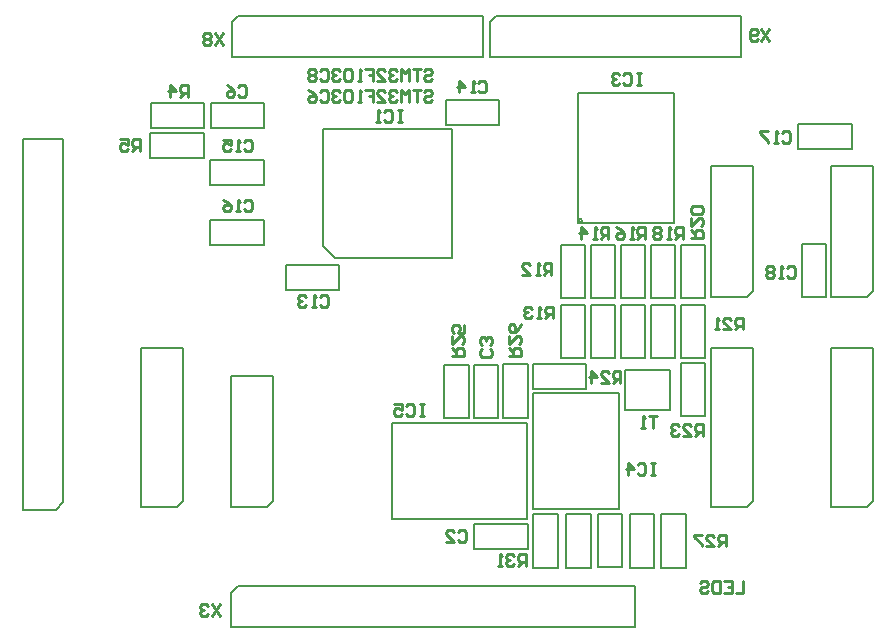
<source format=gbo>
G04 Layer_Color=32896*
%FSLAX44Y44*%
%MOMM*%
G71*
G01*
G75*
%ADD18C,0.2540*%
%ADD37C,0.2000*%
D18*
X545846Y188559D02*
X539182D01*
X542514D01*
Y178562D01*
X535849D02*
X532517D01*
X534183D01*
Y188559D01*
X535849Y186893D01*
X372364Y239268D02*
X382361D01*
Y244266D01*
X380695Y245933D01*
X377362D01*
X375696Y244266D01*
Y239268D01*
Y242600D02*
X372364Y245933D01*
Y255929D02*
Y249265D01*
X379029Y255929D01*
X380695D01*
X382361Y254263D01*
Y250931D01*
X380695Y249265D01*
X382361Y265926D02*
Y259262D01*
X377362D01*
X379029Y262594D01*
Y264260D01*
X377362Y265926D01*
X374030D01*
X372364Y264260D01*
Y260928D01*
X374030Y259262D01*
X420624Y239522D02*
X430621D01*
Y244520D01*
X428955Y246187D01*
X425622D01*
X423956Y244520D01*
Y239522D01*
Y242854D02*
X420624Y246187D01*
Y256183D02*
Y249519D01*
X427289Y256183D01*
X428955D01*
X430621Y254517D01*
Y251185D01*
X428955Y249519D01*
X430621Y266180D02*
X428955Y262848D01*
X425622Y259516D01*
X422290D01*
X420624Y261182D01*
Y264514D01*
X422290Y266180D01*
X423956D01*
X425622Y264514D01*
Y259516D01*
X515126Y216662D02*
Y226659D01*
X510128D01*
X508461Y224993D01*
Y221660D01*
X510128Y219994D01*
X515126D01*
X511794D02*
X508461Y216662D01*
X498465D02*
X505129D01*
X498465Y223326D01*
Y224993D01*
X500131Y226659D01*
X503463D01*
X505129Y224993D01*
X490134Y216662D02*
Y226659D01*
X495132Y221660D01*
X488468D01*
X584962Y171704D02*
Y181701D01*
X579964D01*
X578298Y180035D01*
Y176702D01*
X579964Y175036D01*
X584962D01*
X581630D02*
X578298Y171704D01*
X568301D02*
X574965D01*
X568301Y178368D01*
Y180035D01*
X569967Y181701D01*
X573299D01*
X574965Y180035D01*
X564968D02*
X563302Y181701D01*
X559970D01*
X558304Y180035D01*
Y178368D01*
X559970Y176702D01*
X561636D01*
X559970D01*
X558304Y175036D01*
Y173370D01*
X559970Y171704D01*
X563302D01*
X564968Y173370D01*
X544576Y148935D02*
X541244D01*
X542910D01*
Y138938D01*
X544576D01*
X541244D01*
X529581Y147269D02*
X531247Y148935D01*
X534579D01*
X536245Y147269D01*
Y140604D01*
X534579Y138938D01*
X531247D01*
X529581Y140604D01*
X521250Y138938D02*
Y148935D01*
X526249Y143936D01*
X519584D01*
X404571Y245424D02*
X406237Y243758D01*
Y240426D01*
X404571Y238760D01*
X397906D01*
X396240Y240426D01*
Y243758D01*
X397906Y245424D01*
X404571Y248757D02*
X406237Y250423D01*
Y253755D01*
X404571Y255421D01*
X402905D01*
X401238Y253755D01*
Y252089D01*
Y253755D01*
X399572Y255421D01*
X397906D01*
X396240Y253755D01*
Y250423D01*
X397906Y248757D01*
X377623Y90627D02*
X379290Y92293D01*
X382622D01*
X384288Y90627D01*
Y83962D01*
X382622Y82296D01*
X379290D01*
X377623Y83962D01*
X367627Y82296D02*
X374291D01*
X367627Y88961D01*
Y90627D01*
X369293Y92293D01*
X372625D01*
X374291Y90627D01*
X107950Y413004D02*
Y423001D01*
X102952D01*
X101285Y421335D01*
Y418002D01*
X102952Y416336D01*
X107950D01*
X104618D02*
X101285Y413004D01*
X91289Y423001D02*
X97953D01*
Y418002D01*
X94621Y419669D01*
X92955D01*
X91289Y418002D01*
Y414670D01*
X92955Y413004D01*
X96287D01*
X97953Y414670D01*
X656338Y314068D02*
X657989Y315719D01*
X661290D01*
X662940Y314068D01*
Y307467D01*
X661290Y305816D01*
X657989D01*
X656338Y307467D01*
X653037Y305816D02*
X649736D01*
X651387D01*
Y315719D01*
X653037Y314068D01*
X644785D02*
X643134Y315719D01*
X639833D01*
X638183Y314068D01*
Y312418D01*
X639833Y310767D01*
X638183Y309117D01*
Y307467D01*
X639833Y305816D01*
X643134D01*
X644785Y307467D01*
Y309117D01*
X643134Y310767D01*
X644785Y312418D01*
Y314068D01*
X643134Y310767D02*
X639833D01*
X651766Y428368D02*
X653417Y430019D01*
X656718D01*
X658368Y428368D01*
Y421767D01*
X656718Y420116D01*
X653417D01*
X651766Y421767D01*
X648465Y420116D02*
X645164D01*
X646815D01*
Y430019D01*
X648465Y428368D01*
X640213Y430019D02*
X633611D01*
Y428368D01*
X640213Y421767D01*
Y420116D01*
X196598Y370202D02*
X198249Y371853D01*
X201549D01*
X203200Y370202D01*
Y363601D01*
X201549Y361950D01*
X198249D01*
X196598Y363601D01*
X193297Y361950D02*
X189996D01*
X191647D01*
Y371853D01*
X193297Y370202D01*
X178443Y371853D02*
X181744Y370202D01*
X185045Y366901D01*
Y363601D01*
X183394Y361950D01*
X180093D01*
X178443Y363601D01*
Y365251D01*
X180093Y366901D01*
X185045D01*
X196598Y421002D02*
X198249Y422653D01*
X201549D01*
X203200Y421002D01*
Y414400D01*
X201549Y412750D01*
X198249D01*
X196598Y414400D01*
X193297Y412750D02*
X189996D01*
X191647D01*
Y422653D01*
X193297Y421002D01*
X178443Y422653D02*
X185045D01*
Y417701D01*
X181744Y419352D01*
X180093D01*
X178443Y417701D01*
Y414400D01*
X180093Y412750D01*
X183394D01*
X185045Y414400D01*
X394910Y470865D02*
X396576Y472531D01*
X399908D01*
X401574Y470865D01*
Y464200D01*
X399908Y462534D01*
X396576D01*
X394910Y464200D01*
X391577Y462534D02*
X388245D01*
X389911D01*
Y472531D01*
X391577Y470865D01*
X378248Y462534D02*
Y472531D01*
X383247Y467532D01*
X376582D01*
X260798Y289255D02*
X262464Y290921D01*
X265796D01*
X267462Y289255D01*
Y282590D01*
X265796Y280924D01*
X262464D01*
X260798Y282590D01*
X257465Y280924D02*
X254133D01*
X255799D01*
Y290921D01*
X257465Y289255D01*
X249135D02*
X247468Y290921D01*
X244136D01*
X242470Y289255D01*
Y287589D01*
X244136Y285922D01*
X245802D01*
X244136D01*
X242470Y284256D01*
Y282590D01*
X244136Y280924D01*
X247468D01*
X249135Y282590D01*
X641096Y515871D02*
X634494Y505968D01*
Y515871D02*
X641096Y505968D01*
X631193Y507618D02*
X629543Y505968D01*
X626242D01*
X624591Y507618D01*
Y514220D01*
X626242Y515871D01*
X629543D01*
X631193Y514220D01*
Y512570D01*
X629543Y510919D01*
X624591D01*
X178562Y502923D02*
X171960Y512826D01*
Y502923D02*
X178562Y512826D01*
X168659Y504574D02*
X167009Y502923D01*
X163708D01*
X162057Y504574D01*
Y506224D01*
X163708Y507875D01*
X162057Y509525D01*
Y511175D01*
X163708Y512826D01*
X167009D01*
X168659Y511175D01*
Y509525D01*
X167009Y507875D01*
X168659Y506224D01*
Y504574D01*
X167009Y507875D02*
X163708D01*
X329946Y447545D02*
X326645D01*
X328296D01*
Y437642D01*
X329946D01*
X326645D01*
X315092Y445894D02*
X316742Y447545D01*
X320043D01*
X321694Y445894D01*
Y439292D01*
X320043Y437642D01*
X316742D01*
X315092Y439292D01*
X311791Y437642D02*
X308490D01*
X310140D01*
Y447545D01*
X311791Y445894D01*
X176022Y29461D02*
X169420Y19558D01*
Y29461D02*
X176022Y19558D01*
X166119Y27810D02*
X164469Y29461D01*
X161168D01*
X159517Y27810D01*
Y26160D01*
X161168Y24509D01*
X162818D01*
X161168D01*
X159517Y22859D01*
Y21209D01*
X161168Y19558D01*
X164469D01*
X166119Y21209D01*
X191518Y467230D02*
X193169Y468881D01*
X196469D01*
X198120Y467230D01*
Y460629D01*
X196469Y458978D01*
X193169D01*
X191518Y460629D01*
X181615Y468881D02*
X184916Y467230D01*
X188217Y463929D01*
Y460629D01*
X186567Y458978D01*
X183266D01*
X181615Y460629D01*
Y462279D01*
X183266Y463929D01*
X188217D01*
X148844Y458978D02*
Y468881D01*
X143893D01*
X142242Y467230D01*
Y463929D01*
X143893Y462279D01*
X148844D01*
X145543D02*
X142242Y458978D01*
X133990D02*
Y468881D01*
X138941Y463929D01*
X132339D01*
X532638Y478881D02*
X529306D01*
X530972D01*
Y468884D01*
X532638D01*
X529306D01*
X517643Y477215D02*
X519309Y478881D01*
X522641D01*
X524307Y477215D01*
Y470550D01*
X522641Y468884D01*
X519309D01*
X517643Y470550D01*
X514311Y477215D02*
X512644Y478881D01*
X509312D01*
X507646Y477215D01*
Y475549D01*
X509312Y473882D01*
X510978D01*
X509312D01*
X507646Y472216D01*
Y470550D01*
X509312Y468884D01*
X512644D01*
X514311Y470550D01*
X456692Y308102D02*
Y318099D01*
X451694D01*
X450028Y316433D01*
Y313100D01*
X451694Y311434D01*
X456692D01*
X453360D02*
X450028Y308102D01*
X446695D02*
X443363D01*
X445029D01*
Y318099D01*
X446695Y316433D01*
X431700Y308102D02*
X438365D01*
X431700Y314767D01*
Y316433D01*
X433366Y318099D01*
X436698D01*
X438365Y316433D01*
X458216Y271272D02*
Y281269D01*
X453218D01*
X451552Y279603D01*
Y276270D01*
X453218Y274604D01*
X458216D01*
X454884D02*
X451552Y271272D01*
X448219D02*
X444887D01*
X446553D01*
Y281269D01*
X448219Y279603D01*
X439889D02*
X438222Y281269D01*
X434890D01*
X433224Y279603D01*
Y277936D01*
X434890Y276270D01*
X436556D01*
X434890D01*
X433224Y274604D01*
Y272938D01*
X434890Y271272D01*
X438222D01*
X439889Y272938D01*
X504952Y338582D02*
Y348579D01*
X499954D01*
X498288Y346913D01*
Y343580D01*
X499954Y341914D01*
X504952D01*
X501620D02*
X498288Y338582D01*
X494955D02*
X491623D01*
X493289D01*
Y348579D01*
X494955Y346913D01*
X481626Y338582D02*
Y348579D01*
X486625Y343580D01*
X479960D01*
X536194Y338328D02*
Y348325D01*
X531196D01*
X529529Y346659D01*
Y343326D01*
X531196Y341660D01*
X536194D01*
X532862D02*
X529529Y338328D01*
X526197D02*
X522865D01*
X524531D01*
Y348325D01*
X526197Y346659D01*
X511202Y348325D02*
X514534Y346659D01*
X517867Y343326D01*
Y339994D01*
X516200Y338328D01*
X512868D01*
X511202Y339994D01*
Y341660D01*
X512868Y343326D01*
X517867D01*
X567944Y338328D02*
Y348325D01*
X562946D01*
X561279Y346659D01*
Y343326D01*
X562946Y341660D01*
X567944D01*
X564612D02*
X561279Y338328D01*
X557947D02*
X554615D01*
X556281D01*
Y348325D01*
X557947Y346659D01*
X549617D02*
X547950Y348325D01*
X544618D01*
X542952Y346659D01*
Y344992D01*
X544618Y343326D01*
X542952Y341660D01*
Y339994D01*
X544618Y338328D01*
X547950D01*
X549617Y339994D01*
Y341660D01*
X547950Y343326D01*
X549617Y344992D01*
Y346659D01*
X547950Y343326D02*
X544618D01*
X574802Y339344D02*
X584799D01*
Y344342D01*
X583133Y346008D01*
X579800D01*
X578134Y344342D01*
Y339344D01*
Y342676D02*
X574802Y346008D01*
Y356005D02*
Y349341D01*
X581466Y356005D01*
X583133D01*
X584799Y354339D01*
Y351007D01*
X583133Y349341D01*
Y359338D02*
X584799Y361004D01*
Y364336D01*
X583133Y366002D01*
X576468D01*
X574802Y364336D01*
Y361004D01*
X576468Y359338D01*
X583133D01*
X618744Y261874D02*
Y271871D01*
X613746D01*
X612080Y270205D01*
Y266872D01*
X613746Y265206D01*
X618744D01*
X615412D02*
X612080Y261874D01*
X602083D02*
X608747D01*
X602083Y268538D01*
Y270205D01*
X603749Y271871D01*
X607081D01*
X608747Y270205D01*
X598750Y261874D02*
X595418D01*
X597084D01*
Y271871D01*
X598750Y270205D01*
X604266Y78232D02*
Y88229D01*
X599268D01*
X597602Y86563D01*
Y83230D01*
X599268Y81564D01*
X604266D01*
X600934D02*
X597602Y78232D01*
X587605D02*
X594269D01*
X587605Y84896D01*
Y86563D01*
X589271Y88229D01*
X592603D01*
X594269Y86563D01*
X584272Y88229D02*
X577608D01*
Y86563D01*
X584272Y79898D01*
Y78232D01*
X435102Y61468D02*
Y71465D01*
X430104D01*
X428438Y69799D01*
Y66466D01*
X430104Y64800D01*
X435102D01*
X431770D02*
X428438Y61468D01*
X425105Y69799D02*
X423439Y71465D01*
X420107D01*
X418441Y69799D01*
Y68133D01*
X420107Y66466D01*
X421773D01*
X420107D01*
X418441Y64800D01*
Y63134D01*
X420107Y61468D01*
X423439D01*
X425105Y63134D01*
X415108Y61468D02*
X411776D01*
X413442D01*
Y71465D01*
X415108Y69799D01*
X348742Y198465D02*
X345410D01*
X347076D01*
Y188468D01*
X348742D01*
X345410D01*
X333747Y196799D02*
X335413Y198465D01*
X338745D01*
X340411Y196799D01*
Y190134D01*
X338745Y188468D01*
X335413D01*
X333747Y190134D01*
X323750Y198465D02*
X330415D01*
Y193466D01*
X327082Y195133D01*
X325416D01*
X323750Y193466D01*
Y190134D01*
X325416Y188468D01*
X328748D01*
X330415Y190134D01*
X349189Y462991D02*
X350856Y464657D01*
X354188D01*
X355854Y462991D01*
Y461325D01*
X354188Y459658D01*
X350856D01*
X349189Y457992D01*
Y456326D01*
X350856Y454660D01*
X354188D01*
X355854Y456326D01*
X345857Y464657D02*
X339193D01*
X342525D01*
Y454660D01*
X335860D02*
Y464657D01*
X332528Y461325D01*
X329196Y464657D01*
Y454660D01*
X325864Y462991D02*
X324198Y464657D01*
X320865D01*
X319199Y462991D01*
Y461325D01*
X320865Y459658D01*
X322531D01*
X320865D01*
X319199Y457992D01*
Y456326D01*
X320865Y454660D01*
X324198D01*
X325864Y456326D01*
X309202Y454660D02*
X315867D01*
X309202Y461325D01*
Y462991D01*
X310868Y464657D01*
X314201D01*
X315867Y462991D01*
X299206Y464657D02*
X305870D01*
Y459658D01*
X302538D01*
X305870D01*
Y454660D01*
X295873D02*
X292541D01*
X294207D01*
Y464657D01*
X295873Y462991D01*
X287543D02*
X285877Y464657D01*
X282544D01*
X280878Y462991D01*
Y456326D01*
X282544Y454660D01*
X285877D01*
X287543Y456326D01*
Y462991D01*
X277546D02*
X275880Y464657D01*
X272547D01*
X270881Y462991D01*
Y461325D01*
X272547Y459658D01*
X274214D01*
X272547D01*
X270881Y457992D01*
Y456326D01*
X272547Y454660D01*
X275880D01*
X277546Y456326D01*
X260885Y462991D02*
X262551Y464657D01*
X265883D01*
X267549Y462991D01*
Y456326D01*
X265883Y454660D01*
X262551D01*
X260885Y456326D01*
X250888Y464657D02*
X254220Y462991D01*
X257552Y459658D01*
Y456326D01*
X255886Y454660D01*
X252554D01*
X250888Y456326D01*
Y457992D01*
X252554Y459658D01*
X257552D01*
X349189Y480771D02*
X350856Y482437D01*
X354188D01*
X355854Y480771D01*
Y479104D01*
X354188Y477438D01*
X350856D01*
X349189Y475772D01*
Y474106D01*
X350856Y472440D01*
X354188D01*
X355854Y474106D01*
X345857Y482437D02*
X339193D01*
X342525D01*
Y472440D01*
X335860D02*
Y482437D01*
X332528Y479104D01*
X329196Y482437D01*
Y472440D01*
X325864Y480771D02*
X324198Y482437D01*
X320865D01*
X319199Y480771D01*
Y479104D01*
X320865Y477438D01*
X322531D01*
X320865D01*
X319199Y475772D01*
Y474106D01*
X320865Y472440D01*
X324198D01*
X325864Y474106D01*
X309202Y472440D02*
X315867D01*
X309202Y479104D01*
Y480771D01*
X310868Y482437D01*
X314201D01*
X315867Y480771D01*
X299206Y482437D02*
X305870D01*
Y477438D01*
X302538D01*
X305870D01*
Y472440D01*
X295873D02*
X292541D01*
X294207D01*
Y482437D01*
X295873Y480771D01*
X287543D02*
X285877Y482437D01*
X282544D01*
X280878Y480771D01*
Y474106D01*
X282544Y472440D01*
X285877D01*
X287543Y474106D01*
Y480771D01*
X277546D02*
X275880Y482437D01*
X272547D01*
X270881Y480771D01*
Y479104D01*
X272547Y477438D01*
X274214D01*
X272547D01*
X270881Y475772D01*
Y474106D01*
X272547Y472440D01*
X275880D01*
X277546Y474106D01*
X260885Y480771D02*
X262551Y482437D01*
X265883D01*
X267549Y480771D01*
Y474106D01*
X265883Y472440D01*
X262551D01*
X260885Y474106D01*
X257552Y480771D02*
X255886Y482437D01*
X252554D01*
X250888Y480771D01*
Y479104D01*
X252554Y477438D01*
X250888Y475772D01*
Y474106D01*
X252554Y472440D01*
X255886D01*
X257552Y474106D01*
Y475772D01*
X255886Y477438D01*
X257552Y479104D01*
Y480771D01*
X255886Y477438D02*
X252554D01*
X619252Y49113D02*
Y39116D01*
X612588D01*
X602591Y49113D02*
X609255D01*
Y39116D01*
X602591D01*
X609255Y44114D02*
X605923D01*
X599258Y49113D02*
Y39116D01*
X594260D01*
X592594Y40782D01*
Y47447D01*
X594260Y49113D01*
X599258D01*
X582597Y47447D02*
X584263Y49113D01*
X587595D01*
X589262Y47447D01*
Y45781D01*
X587595Y44114D01*
X584263D01*
X582597Y42448D01*
Y40782D01*
X584263Y39116D01*
X587595D01*
X589262Y40782D01*
D37*
X483108Y352552D02*
G03*
X479552Y356108I-3556J0D01*
G01*
X481076Y353060D02*
G03*
X479806Y354330I-1270J0D01*
G01*
X168000Y354670D02*
X213000D01*
Y333670D02*
Y354670D01*
X168000Y333670D02*
X213000D01*
X168000D02*
Y354670D01*
Y405470D02*
X213000D01*
Y384470D02*
Y405470D01*
X168000Y384470D02*
X213000D01*
X168000D02*
Y405470D01*
X367136Y435016D02*
X412136D01*
X367136D02*
Y456016D01*
X412136D01*
Y435016D02*
Y456016D01*
X263700Y332470D02*
Y431470D01*
Y332470D02*
X273700Y322470D01*
X372700D01*
Y431470D01*
X263700D02*
X372700D01*
X231740Y316570D02*
X276740D01*
Y295570D02*
Y316570D01*
X231740Y295570D02*
X276740D01*
X231740D02*
Y316570D01*
X162200Y407076D02*
Y428076D01*
X117200D02*
X162200D01*
X117200Y407076D02*
Y428076D01*
Y407076D02*
X162200D01*
X117440Y432222D02*
X162440D01*
X117440D02*
Y453222D01*
X162440D01*
Y432222D02*
Y453222D01*
X213508Y432222D02*
Y453222D01*
X168508D02*
X213508D01*
X168508Y432222D02*
Y453222D01*
Y432222D02*
X213508D01*
X668442Y289172D02*
Y334172D01*
X689442D01*
Y289172D02*
Y334172D01*
X668442Y289172D02*
X689442D01*
X665840Y414442D02*
X710840D01*
X665840D02*
Y435442D01*
X710840D01*
Y414442D02*
Y435442D01*
X216300Y111760D02*
X221380Y116840D01*
X185820Y111760D02*
X216300D01*
X185820D02*
Y222250D01*
X221380D01*
Y116840D02*
Y222250D01*
X140100Y111760D02*
X145180Y116840D01*
X109620Y111760D02*
X140100D01*
X109620D02*
Y246380D01*
X145180D01*
Y116840D02*
Y246380D01*
X728980Y294640D02*
Y400050D01*
X693420D02*
X728980D01*
X693420Y289560D02*
Y400050D01*
Y289560D02*
X723900D01*
X728980Y294640D01*
X622700Y111760D02*
X627780Y116840D01*
X592220Y111760D02*
X622700D01*
X592220D02*
Y246380D01*
X627780D01*
Y116840D02*
Y246380D01*
X724300Y111760D02*
X729380Y116840D01*
X693820Y111760D02*
X724300D01*
X693820D02*
Y246380D01*
X729380D01*
Y116840D02*
Y246380D01*
X627780Y294640D02*
Y400050D01*
X592220D02*
X627780D01*
X592220Y289560D02*
Y400050D01*
Y289560D02*
X622700D01*
X627780Y294640D01*
X464480Y237610D02*
Y282610D01*
X485480D01*
Y237610D02*
Y282610D01*
X464480Y237610D02*
X485480D01*
X515280Y288650D02*
Y333650D01*
X536280D01*
Y288650D02*
Y333650D01*
X515280Y288650D02*
X536280D01*
X510880Y237850D02*
Y282850D01*
X489880Y237850D02*
X510880D01*
X489880D02*
Y282850D01*
X510880D01*
X515280Y237850D02*
Y282850D01*
X536280D01*
Y237850D02*
Y282850D01*
X515280Y237850D02*
X536280D01*
X540680D02*
Y282850D01*
X561680D01*
Y237850D02*
Y282850D01*
X540680Y237850D02*
X561680D01*
X566080D02*
Y282850D01*
X587080D01*
Y237850D02*
Y282850D01*
X566080Y237850D02*
X587080D01*
X540680Y288650D02*
Y333650D01*
X561680D01*
Y288650D02*
Y333650D01*
X540680Y288650D02*
X561680D01*
X566080D02*
Y333650D01*
X587080D01*
Y288650D02*
Y333650D01*
X566080Y288650D02*
X587080D01*
X464480Y288410D02*
Y333410D01*
X485480D01*
Y288410D02*
Y333410D01*
X464480Y288410D02*
X485480D01*
X566080Y188574D02*
X587080D01*
Y233574D01*
X566080D02*
X587080D01*
X566080Y188574D02*
Y233574D01*
X557276Y193548D02*
Y227584D01*
X519176D02*
X557276D01*
X519176Y193548D02*
X557276D01*
X519176D02*
Y227584D01*
X440796Y211496D02*
Y232496D01*
Y211496D02*
X485796D01*
Y232496D01*
X440796D02*
X485796D01*
X513814Y110056D02*
Y110056D01*
Y110056D02*
X514064Y110306D01*
Y208056D01*
X440814Y110056D02*
X513814D01*
X440814Y208056D02*
X514064D01*
X440814Y110056D02*
Y208056D01*
X411820Y187050D02*
Y232050D01*
X390820Y187050D02*
X411820D01*
X390820D02*
Y232050D01*
X411820D01*
X495722Y60558D02*
Y105558D01*
X516722D01*
Y60558D02*
Y105558D01*
X495722Y60558D02*
X516722D01*
X522900Y60304D02*
Y105304D01*
X543900D01*
Y60304D02*
Y105304D01*
X522900Y60304D02*
X543900D01*
X440858D02*
Y105304D01*
X461858D01*
Y60304D02*
Y105304D01*
X440858Y60304D02*
X461858D01*
X468798D02*
Y105304D01*
X489798D01*
Y60304D02*
Y105304D01*
X468798Y60304D02*
X489798D01*
X391506Y97114D02*
X436506D01*
Y76114D02*
Y97114D01*
X391506Y76114D02*
X436506D01*
X391506D02*
Y97114D01*
X365674Y187050D02*
X386674D01*
Y232050D01*
X365674D02*
X386674D01*
X365674Y187050D02*
Y232050D01*
X415458Y232304D02*
X436458D01*
X415458Y187304D02*
Y232304D01*
Y187304D02*
X436458D01*
Y232304D01*
X322072Y101346D02*
X436372D01*
X322072D02*
Y182626D01*
X436372D01*
Y101346D02*
Y182626D01*
X549824Y60304D02*
Y105304D01*
X570824D01*
Y60304D02*
Y105304D01*
X549824Y60304D02*
X570824D01*
X8890Y109220D02*
Y422910D01*
X43180D01*
Y115570D02*
Y422910D01*
X36830Y109220D02*
X43180Y115570D01*
X8890Y109220D02*
X36830D01*
X409940Y527170D02*
X539940D01*
X404940Y522170D02*
X409940Y527170D01*
X404940Y492170D02*
Y522170D01*
X531940Y527170D02*
X617220D01*
X531940Y492170D02*
X617220D01*
Y527170D01*
X404940Y492170D02*
X539940D01*
X191500Y527170D02*
X321500D01*
X186500Y522170D02*
X191500Y527170D01*
X186500Y492170D02*
Y522170D01*
X313500Y527170D02*
X398780D01*
X313500Y492170D02*
X398780D01*
Y527170D01*
X186500Y492170D02*
X321500D01*
X191500Y44570D02*
X321500D01*
X185420Y38490D02*
X191500Y44570D01*
X185420Y9570D02*
Y38490D01*
X313500Y44570D02*
X527050D01*
X313500Y9570D02*
X527050D01*
X185420D02*
X321500D01*
X527050D02*
Y44570D01*
X479196Y352162D02*
X560446D01*
Y462162D01*
X479196Y352162D02*
Y462162D01*
X560446D01*
X479552Y354330D02*
X479806D01*
X489880Y288650D02*
Y333650D01*
X510880D01*
Y288650D02*
Y333650D01*
X489880Y288650D02*
X510880D01*
M02*

</source>
